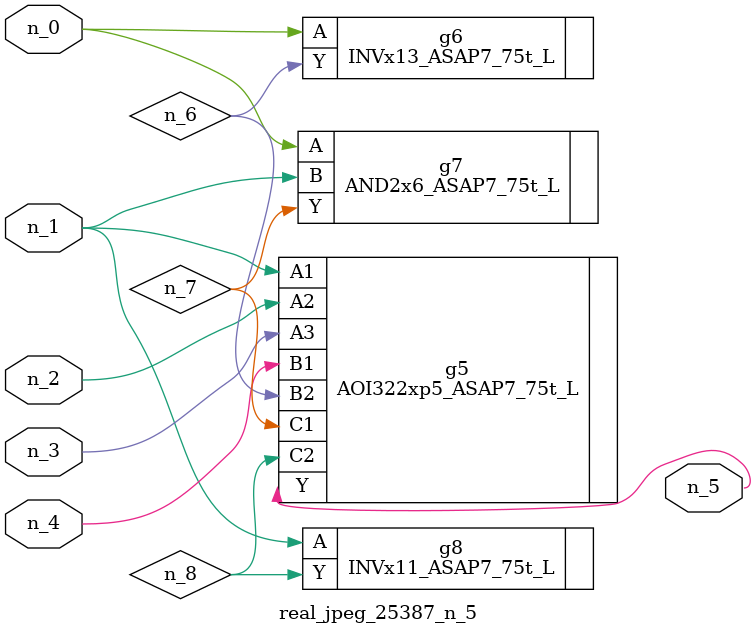
<source format=v>
module real_jpeg_25387_n_5 (n_4, n_0, n_1, n_2, n_3, n_5);

input n_4;
input n_0;
input n_1;
input n_2;
input n_3;

output n_5;

wire n_8;
wire n_6;
wire n_7;

INVx13_ASAP7_75t_L g6 ( 
.A(n_0),
.Y(n_6)
);

AND2x6_ASAP7_75t_L g7 ( 
.A(n_0),
.B(n_1),
.Y(n_7)
);

AOI322xp5_ASAP7_75t_L g5 ( 
.A1(n_1),
.A2(n_2),
.A3(n_3),
.B1(n_4),
.B2(n_6),
.C1(n_7),
.C2(n_8),
.Y(n_5)
);

INVx11_ASAP7_75t_L g8 ( 
.A(n_1),
.Y(n_8)
);


endmodule
</source>
